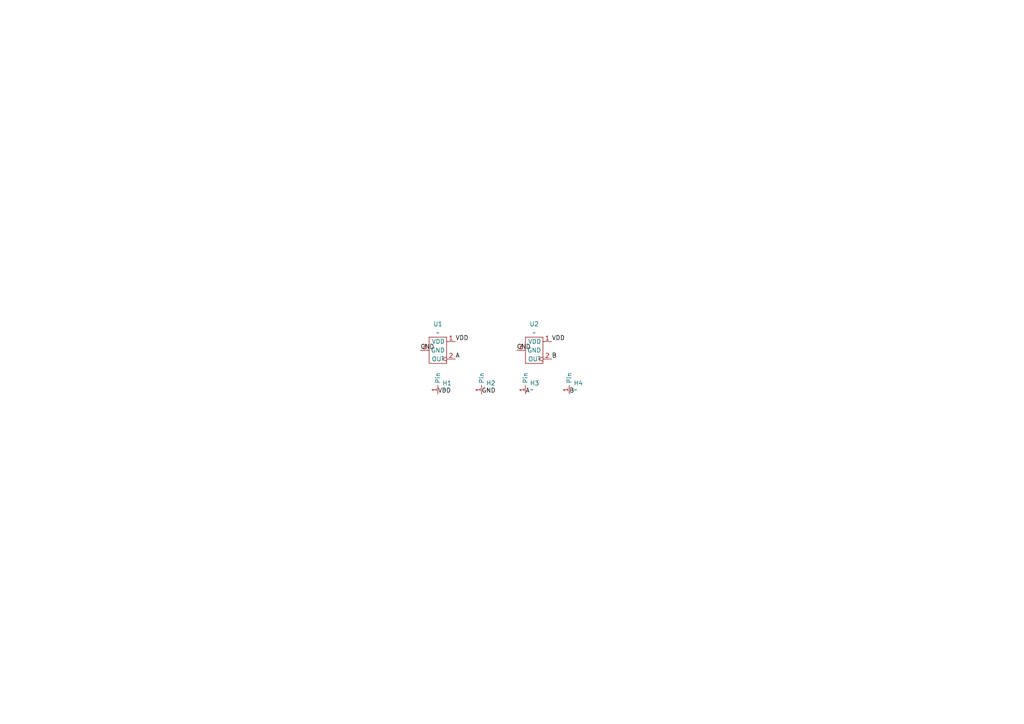
<source format=kicad_sch>
(kicad_sch (version 20231120) (generator "eeschema") (generator_version "8.0")
  (paper "A4")
  (lib_symbols
    (symbol "BardBarian_Symbols:Header_Pin"
      (property "Reference" "H" (at 0 0 0))
      (symbol "Header_Pin_1_1"
        (pin bidirectional line (at 0 0 90) (length 2.54) (name "Pin") (number "1"))
      )
    )
    (symbol "BardBarian_Symbols:US5881LSE-AAA-000-RE_(TSOT-3L)"
      (property "Reference" "U" (at 0 0 0))
      (symbol "US5881LSE-AAA-000-RE_(TSOT-3L)_0_1"
        (rectangle (start -2.54 3.81) (end 2.54 -3.81))
      )
      (symbol "US5881LSE-AAA-000-RE_(TSOT-3L)_1_1"
        (pin power_in line (at 5.08 2.54 180) (length 2.54) (name "VDD") (number "1"))
        (pin output clock (at 5.08 -2.54 180) (length 2.54) (name "OUT") (number "2"))
        (pin passive line (at -5.08 0 0) (length 2.54) (name "GND") (number "3"))
      )
    )
  )
  (label "B" (at 165.1 114.3 0))
  (label "GND" (at 149.86 101.6 0))
  (label "GND" (at 121.92 101.6 0))
  (label "VDD" (at 127 114.3 0))
  (label "B" (at 160.02 104.14 0))
  (label "A" (at 152.4 114.3 0))
  (label "VDD" (at 132.08 99.06 0))
  (label "VDD" (at 160.02 99.06 0))
  (label "A" (at 132.08 104.14 0))
  (label "GND" (at 139.7 114.3 0))
  (symbol (lib_id "BardBarian_Symbols:US5881LSE-AAA-000-RE_(TSOT-3L)") (at 154.94 101.6 0) (unit 1)
    (property "Reference" "U2" (at 154.94 93.98 0))
    (property "Value" "~" (at 154.94 96.52 0))
    (property "Footprint" "BardBarian_Footprints:US5881LSE-AAA-000-RE (TSOT-3L)" (effects (hide yes)))
  )
  (symbol (lib_id "BardBarian_Symbols:Header_Pin") (at 127 114.3 0) (unit 1)
    (property "Reference" "H1" (at 128.27 111.1249 0) (effects (justify left)))
    (property "Value" "~" (at 128.27 113.03 0) (effects (justify left)))
    (property "Footprint" "BardBarian_Footprints:Header" (effects (hide yes)))
  )
  (symbol (lib_id "BardBarian_Symbols:Header_Pin") (at 165.1 114.3 0) (unit 1)
    (property "Reference" "H4" (at 166.37 111.1249 0) (effects (justify left)))
    (property "Value" "~" (at 166.37 113.03 0) (effects (justify left)))
    (property "Footprint" "BardBarian_Footprints:Header" (effects (hide yes)))
  )
  (symbol (lib_id "BardBarian_Symbols:Header_Pin") (at 139.7 114.3 0) (unit 1)
    (property "Reference" "H2" (at 140.97 111.1249 0) (effects (justify left)))
    (property "Value" "~" (at 140.97 113.03 0) (effects (justify left)))
    (property "Footprint" "BardBarian_Footprints:Header" (effects (hide yes)))
  )
  (symbol (lib_id "BardBarian_Symbols:Header_Pin") (at 152.4 114.3 0) (unit 1)
    (property "Reference" "H3" (at 153.67 111.1249 0) (effects (justify left)))
    (property "Value" "~" (at 153.67 113.03 0) (effects (justify left)))
    (property "Footprint" "BardBarian_Footprints:Header" (effects (hide yes)))
  )
  (symbol (lib_id "BardBarian_Symbols:US5881LSE-AAA-000-RE_(TSOT-3L)") (at 127 101.6 0) (unit 1)
    (property "Reference" "U1" (at 127 93.98 0))
    (property "Value" "~" (at 127 96.52 0))
    (property "Footprint" "BardBarian_Footprints:US5881LSE-AAA-000-RE (TSOT-3L)" (effects (hide yes)))
  )
)
</source>
